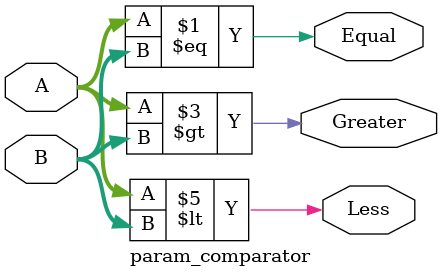
<source format=v>
module param_comparator #(parameter WIDTH=8) (
    input [WIDTH-1:0] A, B,
    output Equal, Greater, Less
);
    assign Equal = (&(A==B));
    assign Greater = &(A>B);
    assign Less = &(A<B);
endmodule
</source>
